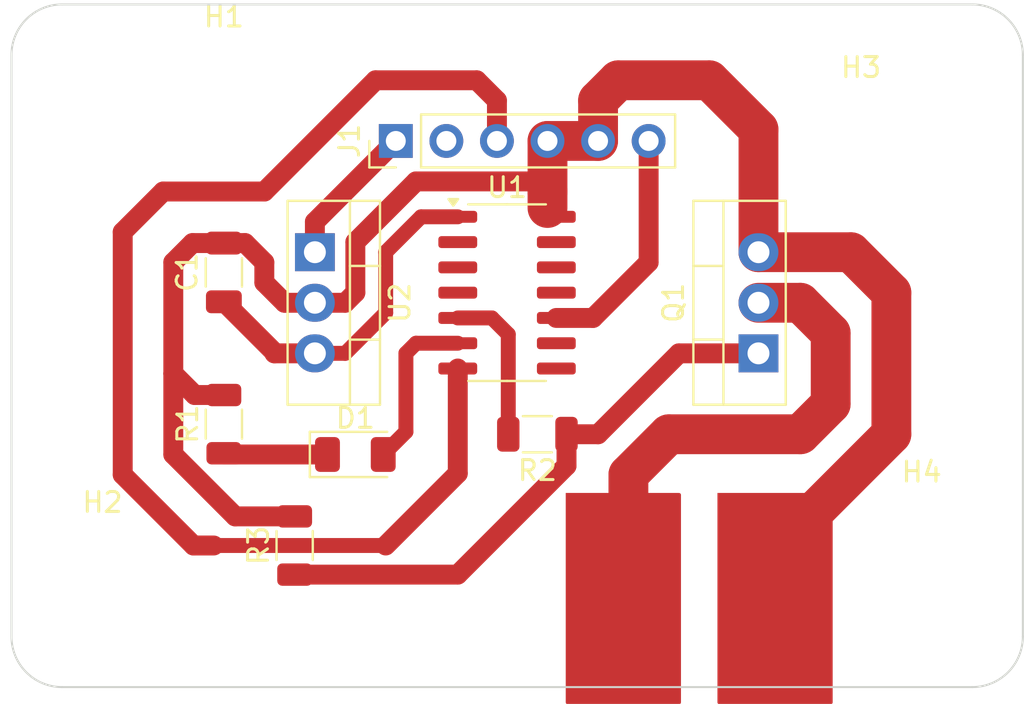
<source format=kicad_pcb>
(kicad_pcb (version 20240108) (generator "pcbnew") (generator_version "8.0")
  (layers (0 "F.Cu" signal) (31 "B.Cu" signal) (34 "B.Paste" user) (35 "F.Paste" user) (36 "B.SilkS" user "B.Silkscreen") (37 "F.SilkS" user "F.Silkscreen") (38 "B.Mask" user) (39 "F.Mask" user) (44 "Edge.Cuts" user))
  (net 0 "")
  (net 1 "Net-(U1-VCC)")
  (net 2 "Net-(D1-A)")
  (net 3 "Net-(D1-K)")
  (net 4 "Net-(Q1-G)")
  (net 5 "Net-(U1-PA7{slash}{slash}D3)")
  (net 14 "Net-(J1-Pin_6)")
  (net 15 "unconnected-(Q1-D-Pad2)")
  (net 16 "Net-(J1-Pin_1)")
  (net 17 "Net-(J1-Pin_4)")
  (net 18 "Net-(J1-Pin_3)")
  (footprint "LED_SMD:LED_1206_3216Metric" (layer "F.Cu") (at 200.152 125.476)
    (property "Reference" "D1" (at 0 -1.82 0) (layer "F.SilkS"))
    (property "Value" "LED")
    (fp_line (start -2.285 -1.135) (end -2.285 1.135) (stroke (width 0.12)) (layer "F.SilkS"))
    (fp_line (start -2.285 1.135) (end 1.6 1.135) (stroke (width 0.12)) (layer "F.SilkS"))
    (fp_line (start 1.6 -1.135) (end -2.285 -1.135) (stroke (width 0.12)) (layer "F.SilkS"))
    (pad "1" smd roundrect (at -1.4 0) (size 1.25 1.75) (layers "F.Cu" "F.Paste" "F.Mask") (roundrect_rratio 0.2) (net 3 "Net-(D1-K)"))
    (pad "2" smd roundrect (at 1.4 0) (size 1.25 1.75) (layers "F.Cu" "F.Paste" "F.Mask") (roundrect_rratio 0.2) (net 2 "Net-(D1-A)"))
  )
  (footprint "Connector_PinHeader_2.54mm:PinHeader_1x06_P2.54mm_Vertical" (layer "F.Cu") (at 202.184 109.728 90)
    (property "Reference" "J1" (at 0 -2.33 90) (layer "F.SilkS"))
    (property "Value" "2x3 Header")
    (fp_line (start -1.33 -1.33) (end 0 -1.33) (stroke (width 0.12)) (layer "F.SilkS"))
    (fp_line (start -1.33 0) (end -1.33 -1.33) (stroke (width 0.12)) (layer "F.SilkS"))
    (fp_line (start 1.33 1.27) (end 1.33 14.03) (stroke (width 0.12)) (layer "F.SilkS"))
    (fp_line (start -1.33 1.27) (end 1.33 1.27) (stroke (width 0.12)) (layer "F.SilkS"))
    (fp_line (start -1.33 1.27) (end -1.33 14.03) (stroke (width 0.12)) (layer "F.SilkS"))
    (fp_line (start -1.33 14.03) (end 1.33 14.03) (stroke (width 0.12)) (layer "F.SilkS"))
    (pad "1" thru_hole rect (at 0 0 90) (size 1.7 1.7) (drill 1) (layers "*.Cu" "*.Mask") (net 16 "Net-(J1-Pin_1)"))
    (pad "2" thru_hole oval (at 0 2.54 90) (size 1.7 1.7) (drill 1) (layers "*.Cu" "*.Mask"))
    (pad "3" thru_hole oval (at 0 5.08 90) (size 1.7 1.7) (drill 1) (layers "*.Cu" "*.Mask") (net 18 "Net-(J1-Pin_3)"))
    (pad "4" thru_hole oval (at 0 7.62 90) (size 1.7 1.7) (drill 1) (layers "*.Cu" "*.Mask") (net 17 "Net-(J1-Pin_4)"))
    (pad "5" thru_hole oval (at 0 10.16 90) (size 1.7 1.7) (drill 1) (layers "*.Cu" "*.Mask") (net 17 "Net-(J1-Pin_4)"))
    (pad "6" thru_hole oval (at 0 12.7 90) (size 1.7 1.7) (drill 1) (layers "*.Cu" "*.Mask") (net 14 "Net-(J1-Pin_6)"))
  )
  (footprint "Resistor_SMD:R_1206_3216Metric" (layer "F.Cu") (at 197.104 130.048 90)
    (property "Reference" "R3" (at 0 -1.82 90) (layer "F.SilkS"))
    (property "Value" "1kΩ")
    (fp_line (start -0.727064 -0.91) (end 0.727064 -0.91) (stroke (width 0.12)) (layer "F.SilkS"))
    (fp_line (start -0.727064 0.91) (end 0.727064 0.91) (stroke (width 0.12)) (layer "F.SilkS"))
    (pad "1" smd roundrect (at -1.4625 0 90) (size 1.125 1.75) (layers "F.Cu" "F.Paste" "F.Mask") (roundrect_rratio 0.222222) (net 4 "Net-(Q1-G)"))
    (pad "2" smd roundrect (at 1.4625 0 90) (size 1.125 1.75) (layers "F.Cu" "F.Paste" "F.Mask") (roundrect_rratio 0.222222) (net 17 "Net-(J1-Pin_4)"))
  )
  (footprint "Package_TO_SOT_THT:TO-220-3_Vertical" (layer "F.Cu") (at 220.401 120.396 90)
    (property "Reference" "Q1" (at 2.54 -4.27 90) (layer "F.SilkS"))
    (property "Value" "IRLZ44N")
    (fp_line (start 7.66 -3.27) (end 7.66 1.371) (stroke (width 0.12)) (layer "F.SilkS"))
    (fp_line (start 4.391 -3.27) (end 4.391 -1.76) (stroke (width 0.12)) (layer "F.SilkS"))
    (fp_line (start 0.69 -3.27) (end 0.69 -1.76) (stroke (width 0.12)) (layer "F.SilkS"))
    (fp_line (start -2.58 -3.27) (end 7.66 -3.27) (stroke (width 0.12)) (layer "F.SilkS"))
    (fp_line (start -2.58 -3.27) (end -2.58 1.371) (stroke (width 0.12)) (layer "F.SilkS"))
    (fp_line (start -2.58 -1.76) (end 7.66 -1.76) (stroke (width 0.12)) (layer "F.SilkS"))
    (fp_line (start -2.58 1.371) (end 7.66 1.371) (stroke (width 0.12)) (layer "F.SilkS"))
    (pad "1" thru_hole rect (at 0 0 90) (size 1.905 2) (drill 1.1) (layers "*.Cu" "*.Mask") (net 4 "Net-(Q1-G)"))
    (pad "2" thru_hole oval (at 2.54 0 90) (size 1.905 2) (drill 1.1) (layers "*.Cu" "*.Mask") (net 15 "unconnected-(Q1-D-Pad2)"))
    (pad "3" thru_hole oval (at 5.08 0 90) (size 1.905 2) (drill 1.1) (layers "*.Cu" "*.Mask") (net 17 "Net-(J1-Pin_4)"))
  )
  (footprint "Resistor_SMD:R_1206_3216Metric" (layer "F.Cu") (at 209.296 124.46 180)
    (property "Reference" "R2" (at 0 -1.82 360) (layer "F.SilkS"))
    (property "Value" "10Ω")
    (fp_line (start -0.727064 0.91) (end 0.727064 0.91) (stroke (width 0.12)) (layer "F.SilkS"))
    (fp_line (start -0.727064 -0.91) (end 0.727064 -0.91) (stroke (width 0.12)) (layer "F.SilkS"))
    (pad "1" smd roundrect (at -1.4625 0 180) (size 1.125 1.75) (layers "F.Cu" "F.Paste" "F.Mask") (roundrect_rratio 0.222222) (net 4 "Net-(Q1-G)"))
    (pad "2" smd roundrect (at 1.4625 0 180) (size 1.125 1.75) (layers "F.Cu" "F.Paste" "F.Mask") (roundrect_rratio 0.222222) (net 5 "Net-(U1-PA7{slash}{slash}D3)"))
  )
  (footprint "Capacitor_SMD:C_1206_3216Metric" (layer "F.Cu") (at 193.548 116.332 90)
    (property "Reference" "C1" (at 0 -1.85 90) (layer "F.SilkS"))
    (property "Value" "100µF")
    (fp_line (start -0.711252 -0.91) (end 0.711252 -0.91) (stroke (width 0.12)) (layer "F.SilkS"))
    (fp_line (start -0.711252 0.91) (end 0.711252 0.91) (stroke (width 0.12)) (layer "F.SilkS"))
    (pad "1" smd roundrect (at -1.475 0 90) (size 1.15 1.8) (layers "F.Cu" "F.Paste" "F.Mask") (roundrect_rratio 0.217391) (net 1 "Net-(U1-VCC)"))
    (pad "2" smd roundrect (at 1.475 0 90) (size 1.15 1.8) (layers "F.Cu" "F.Paste" "F.Mask") (roundrect_rratio 0.217391) (net 17 "Net-(J1-Pin_4)"))
  )
  (footprint "Package_TO_SOT_THT:TO-220-3_Vertical" (layer "F.Cu") (at 198.12 115.316 -90)
    (property "Reference" "U2" (at 2.54 -4.27 90) (layer "F.SilkS"))
    (property "Value" "L7805")
    (fp_line (start -2.58 1.371) (end 7.66 1.371) (stroke (width 0.12)) (layer "F.SilkS"))
    (fp_line (start -2.58 -1.76) (end 7.66 -1.76) (stroke (width 0.12)) (layer "F.SilkS"))
    (fp_line (start -2.58 -3.27) (end -2.58 1.371) (stroke (width 0.12)) (layer "F.SilkS"))
    (fp_line (start -2.58 -3.27) (end 7.66 -3.27) (stroke (width 0.12)) (layer "F.SilkS"))
    (fp_line (start 0.69 -3.27) (end 0.69 -1.76) (stroke (width 0.12)) (layer "F.SilkS"))
    (fp_line (start 4.391 -3.27) (end 4.391 -1.76) (stroke (width 0.12)) (layer "F.SilkS"))
    (fp_line (start 7.66 -3.27) (end 7.66 1.371) (stroke (width 0.12)) (layer "F.SilkS"))
    (pad "1" thru_hole rect (at 0 0 270) (size 1.905 2) (drill 1.1) (layers "*.Cu" "*.Mask") (net 16 "Net-(J1-Pin_1)"))
    (pad "2" thru_hole oval (at 2.54 0 270) (size 1.905 2) (drill 1.1) (layers "*.Cu" "*.Mask") (net 17 "Net-(J1-Pin_4)"))
    (pad "3" thru_hole oval (at 5.08 0 270) (size 1.905 2) (drill 1.1) (layers "*.Cu" "*.Mask") (net 1 "Net-(U1-VCC)"))
  )
  (footprint "MountingHole:MountingHole_3.2mm_M3" (layer "F.Cu") (at 225.552 110.236)
    (property "Reference" "H3" (at 0 -4.2 0) (layer "F.SilkS"))
    (property "Value" "MountingHole")
    (pad "" np_thru_hole circle (at 0 0) (size 3.2 3.2) (drill 3.2) (layers "*.Cu" "*.Mask"))
  )
  (footprint "MountingHole:MountingHole_3.2mm_M3" (layer "F.Cu") (at 187.452 132.08)
    (property "Reference" "H2" (at 0 -4.2 0) (layer "F.SilkS"))
    (property "Value" "MountingHole")
    (pad "" np_thru_hole circle (at 0 0) (size 3.2 3.2) (drill 3.2) (layers "*.Cu" "*.Mask"))
  )
  (footprint "MountingHole:MountingHole_3.2mm_M3" (layer "F.Cu") (at 228.6 130.556)
    (property "Reference" "H4" (at 0 -4.2 0) (layer "F.SilkS"))
    (property "Value" "MountingHole")
    (pad "" np_thru_hole circle (at 0 0) (size 3.2 3.2) (drill 3.2) (layers "*.Cu" "*.Mask"))
  )
  (footprint "Resistor_SMD:R_1206_3216Metric" (layer "F.Cu") (at 193.548 123.952 90)
    (property "Reference" "R1" (at 0 -1.82 90) (layer "F.SilkS"))
    (property "Value" "100Ω")
    (fp_line (start -0.727064 -0.91) (end 0.727064 -0.91) (stroke (width 0.12)) (layer "F.SilkS"))
    (fp_line (start -0.727064 0.91) (end 0.727064 0.91) (stroke (width 0.12)) (layer "F.SilkS"))
    (pad "1" smd roundrect (at -1.4625 0 90) (size 1.125 1.75) (layers "F.Cu" "F.Paste" "F.Mask") (roundrect_rratio 0.222222) (net 3 "Net-(D1-K)"))
    (pad "2" smd roundrect (at 1.4625 0 90) (size 1.125 1.75) (layers "F.Cu" "F.Paste" "F.Mask") (roundrect_rratio 0.222222) (net 17 "Net-(J1-Pin_4)"))
  )
  (footprint "Package_SO:SOIC-14_3.9x8.7mm_P1.27mm" (layer "F.Cu") (at 207.772 117.348)
    (property "Reference" "U1" (at 0 -5.28 0) (layer "F.SilkS"))
    (property "Value" "ATtiny1614")
    (fp_line (start 0 -4.435) (end -1.95 -4.435) (stroke (width 0.12)) (layer "F.SilkS"))
    (fp_line (start 0 -4.435) (end 1.95 -4.435) (stroke (width 0.12)) (layer "F.SilkS"))
    (fp_line (start 0 4.435) (end -1.95 4.435) (stroke (width 0.12)) (layer "F.SilkS"))
    (fp_line (start 0 4.435) (end 1.95 4.435) (stroke (width 0.12)) (layer "F.SilkS"))
    (fp_poly (pts (xy -2.7 -4.37) (xy -2.94 -4.7) (xy -2.46 -4.7) (xy -2.7 -4.37)) (stroke (width 0.12)) (fill solid) (layer "F.SilkS"))
    (pad "1" smd roundrect (at -2.475 -3.81) (size 1.95 0.6) (layers "F.Cu" "F.Paste" "F.Mask") (net 1 "Net-(U1-VCC)"))
    (pad "2" smd roundrect (at -2.475 -2.54) (size 1.95 0.6) (layers "F.Cu" "F.Paste" "F.Mask"))
    (pad "3" smd roundrect (at -2.475 -1.27) (size 1.95 0.6) (layers "F.Cu" "F.Paste" "F.Mask"))
    (pad "4" smd roundrect (at -2.475 0) (size 1.95 0.6) (layers "F.Cu" "F.Paste" "F.Mask"))
    (pad "5" smd roundrect (at -2.475 1.27) (size 1.95 0.6) (layers "F.Cu" "F.Paste" "F.Mask") (net 5 "Net-(U1-PA7{slash}{slash}D3)"))
    (pad "6" smd roundrect (at -2.475 2.54) (size 1.95 0.6) (layers "F.Cu" "F.Paste" "F.Mask") (net 2 "Net-(D1-A)"))
    (pad "7" smd roundrect (at -2.475 3.81) (size 1.95 0.6) (layers "F.Cu" "F.Paste" "F.Mask") (net 18 "Net-(J1-Pin_3)"))
    (pad "8" smd roundrect (at 2.475 3.81) (size 1.95 0.6) (layers "F.Cu" "F.Paste" "F.Mask"))
    (pad "9" smd roundrect (at 2.475 2.54) (size 1.95 0.6) (layers "F.Cu" "F.Paste" "F.Mask"))
    (pad "10" smd roundrect (at 2.475 1.27) (size 1.95 0.6) (layers "F.Cu" "F.Paste" "F.Mask") (net 14 "Net-(J1-Pin_6)"))
    (pad "11" smd roundrect (at 2.475 0) (size 1.95 0.6) (layers "F.Cu" "F.Paste" "F.Mask"))
    (pad "12" smd roundrect (at 2.475 -1.27) (size 1.95 0.6) (layers "F.Cu" "F.Paste" "F.Mask"))
    (pad "13" smd roundrect (at 2.475 -2.54) (size 1.95 0.6) (layers "F.Cu" "F.Paste" "F.Mask"))
    (pad "14" smd roundrect (at 2.475 -3.81) (size 1.95 0.6) (layers "F.Cu" "F.Paste" "F.Mask") (net 17 "Net-(J1-Pin_4)"))
  )
  (footprint "MountingHole:MountingHole_3.2mm_M3" (layer "F.Cu") (at 193.548 107.696)
    (property "Reference" "H1" (at 0 -4.2 0) (layer "F.SilkS"))
    (property "Value" "MountingHole")
    (pad "" np_thru_hole circle (at 0 0) (size 3.2 3.2) (drill 3.2) (layers "*.Cu" "*.Mask"))
  )
  (gr_rect (start 218.44 127.508) (end 224.028 137.922) (stroke (width 0.2)) (fill solid) (layer "F.Cu") (net 17))
  (gr_rect (start 210.82 127.508) (end 216.408 137.922) (stroke (width 0.2)) (fill solid) (layer "F.Cu") (net 15))
  (gr_arc (start 233.68 134.62) (mid 232.936051 136.416051) (end 231.14 137.16) (stroke (width 0.1)) (layer "Edge.Cuts"))
  (gr_line (start 182.88 105.41) (end 182.88 134.62) (stroke (width 0.1)) (layer "Edge.Cuts"))
  (gr_line (start 233.68 134.62) (end 233.68 105.41) (stroke (width 0.1)) (layer "Edge.Cuts"))
  (gr_line (start 231.14 102.87) (end 185.42 102.87) (stroke (width 0.1)) (layer "Edge.Cuts"))
  (gr_arc (start 231.14 102.87) (mid 232.936051 103.613949) (end 233.68 105.41) (stroke (width 0.1)) (layer "Edge.Cuts"))
  (gr_arc (start 182.88 105.41) (mid 183.623949 103.613949) (end 185.42 102.87) (stroke (width 0.1)) (layer "Edge.Cuts"))
  (gr_line (start 185.42 137.16) (end 231.14 137.16) (stroke (width 0.1)) (layer "Edge.Cuts"))
  (gr_arc (start 185.42 137.16) (mid 183.623949 136.416051) (end 182.88 134.62) (stroke (width 0.1)) (layer "Edge.Cuts"))
  (segment (start 201.676 115.316) (end 203.454 113.538) (width 0.75) (layer "F.Cu") (net 1))
  (segment (start 196.088 120.347) (end 196.088 120.396) (width 1) (layer "F.Cu") (net 1))
  (segment (start 198.12 120.396) (end 199.644 120.396) (width 0.75) (layer "F.Cu") (net 1))
  (segment (start 203.454 113.538) (end 205.297 113.538) (width 0.75) (layer "F.Cu") (net 1))
  (segment (start 196.088 120.396) (end 198.12 120.396) (width 1) (layer "F.Cu") (net 1))
  (segment (start 201.676 118.364) (end 201.676 115.316) (width 0.75) (layer "F.Cu") (net 1))
  (segment (start 199.644 120.396) (end 201.676 118.364) (width 0.75) (layer "F.Cu") (net 1))
  (segment (start 193.548 117.807) (end 196.088 120.347) (width 1) (layer "F.Cu") (net 1))
  (segment (start 201.552 125.476) (end 202.692 124.336) (width 0.75) (layer "F.Cu") (net 2))
  (segment (start 202.692 120.396) (end 203.2 119.888) (width 0.75) (layer "F.Cu") (net 2))
  (segment (start 203.2 119.888) (end 205.297 119.888) (width 0.75) (layer "F.Cu") (net 2))
  (segment (start 202.692 124.336) (end 202.692 120.396) (width 0.75) (layer "F.Cu") (net 2))
  (segment (start 198.752 125.476) (end 193.6095 125.476) (width 1) (layer "F.Cu") (net 3))
  (segment (start 193.6095 125.476) (end 193.548 125.4145) (width 1) (layer "F.Cu") (net 3))
  (segment (start 212.344 124.46) (end 216.408 120.396) (width 1) (layer "F.Cu") (net 4))
  (segment (start 210.7585 126.0455) (end 205.2935 131.5105) (width 1) (layer "F.Cu") (net 4))
  (segment (start 205.2935 131.5105) (end 197.104 131.5105) (width 1) (layer "F.Cu") (net 4))
  (segment (start 210.7585 124.46) (end 210.7585 126.0455) (width 1) (layer "F.Cu") (net 4))
  (segment (start 216.408 120.396) (end 220.401 120.396) (width 1) (layer "F.Cu") (net 4))
  (segment (start 210.7585 124.46) (end 212.344 124.46) (width 1) (layer "F.Cu") (net 4))
  (segment (start 207.01 118.618) (end 205.297 118.618) (width 0.75) (layer "F.Cu") (net 5))
  (segment (start 207.8335 124.46) (end 207.8335 119.4415) (width 0.75) (layer "F.Cu") (net 5))
  (segment (start 207.8335 119.4415) (end 207.01 118.618) (width 0.75) (layer "F.Cu") (net 5))
  (segment (start 210.247 118.618) (end 212.09 118.618) (width 1) (layer "F.Cu") (net 14))
  (segment (start 214.884 115.824) (end 214.884 109.728) (width 1) (layer "F.Cu") (net 14))
  (segment (start 212.09 118.618) (end 214.884 115.824) (width 1) (layer "F.Cu") (net 14))
  (segment (start 224.028 122.936) (end 222.504 124.46) (width 2) (layer "F.Cu") (net 15))
  (segment (start 220.401 117.856) (end 222.504 117.856) (width 2) (layer "F.Cu") (net 15))
  (segment (start 224.028 119.38) (end 224.028 122.936) (width 2) (layer "F.Cu") (net 15))
  (segment (start 213.868 126.492) (end 213.868 127.508) (width 2) (layer "F.Cu") (net 15))
  (segment (start 222.504 124.46) (end 215.9 124.46) (width 2) (layer "F.Cu") (net 15))
  (segment (start 215.9 124.46) (end 213.868 126.492) (width 2) (layer "F.Cu") (net 15))
  (segment (start 222.504 117.856) (end 224.028 119.38) (width 2) (layer "F.Cu") (net 15))
  (segment (start 198.12 115.316) (end 198.12 113.792) (width 1) (layer "F.Cu") (net 16))
  (segment (start 198.12 113.792) (end 202.184 109.728) (width 1) (layer "F.Cu") (net 16))
  (segment (start 212.344 107.696) (end 213.36 106.68) (width 2) (layer "F.Cu") (net 17))
  (segment (start 225.044 115.316) (end 227.076 117.348) (width 2) (layer "F.Cu") (net 17))
  (segment (start 209.804 112.268) (end 209.804 113.095) (width 2) (layer "F.Cu") (net 17))
  (segment (start 194.613 114.857) (end 195.58 115.824) (width 1) (layer "F.Cu") (net 17))
  (segment (start 212.344 109.728) (end 212.344 107.696) (width 2) (layer "F.Cu") (net 17))
  (segment (start 220.401 115.316) (end 225.044 115.316) (width 2) (layer "F.Cu") (net 17))
  (segment (start 212.344 109.728) (end 209.804 109.728) (width 2) (layer "F.Cu") (net 17))
  (segment (start 191.008 121.412) (end 192.0855 122.4895) (width 1) (layer "F.Cu") (net 17))
  (segment (start 194.1175 128.5855) (end 191.008 125.476) (width 1) (layer "F.Cu") (net 17))
  (segment (start 227.076 124.46) (end 221.234 130.302) (width 2) (layer "F.Cu") (net 17))
  (segment (start 213.36 106.68) (end 217.932 106.68) (width 2) (layer "F.Cu") (net 17))
  (segment (start 198.12 117.856) (end 199.644 117.856) (width 1) (layer "F.Cu") (net 17))
  (segment (start 195.58 116.84) (end 196.596 117.856) (width 1) (layer "F.Cu") (net 17))
  (segment (start 191.975 114.857) (end 191.008 115.824) (width 1) (layer "F.Cu") (net 17))
  (segment (start 200.152 114.808) (end 203.2 111.76) (width 1) (layer "F.Cu") (net 17))
  (segment (start 193.548 114.857) (end 191.975 114.857) (width 1) (layer "F.Cu") (net 17))
  (segment (start 199.644 117.856) (end 200.152 117.348) (width 1) (layer "F.Cu") (net 17))
  (segment (start 209.804 109.728) (end 209.804 112.268) (width 2) (layer "F.Cu") (net 17))
  (segment (start 191.008 115.824) (end 191.008 121.412) (width 1) (layer "F.Cu") (net 17))
  (segment (start 200.152 117.348) (end 200.152 114.808) (width 1) (layer "F.Cu") (net 17))
  (segment (start 227.076 117.348) (end 227.076 124.46) (width 2) (layer "F.Cu") (net 17))
  (segment (start 192.0855 122.4895) (end 193.548 122.4895) (width 1) (layer "F.Cu") (net 17))
  (segment (start 203.2 111.76) (end 209.296 111.76) (width 1) (layer "F.Cu") (net 17))
  (segment (start 193.548 114.857) (end 194.613 114.857) (width 1) (layer "F.Cu") (net 17))
  (segment (start 221.234 130.302) (end 221.234 130.556) (width 2) (layer "F.Cu") (net 17))
  (segment (start 195.58 115.824) (end 195.58 116.84) (width 1) (layer "F.Cu") (net 17))
  (segment (start 217.932 106.68) (end 220.401 109.149) (width 2) (layer "F.Cu") (net 17))
  (segment (start 191.008 125.476) (end 191.008 121.412) (width 1) (layer "F.Cu") (net 17))
  (segment (start 220.401 109.149) (end 220.401 115.316) (width 2) (layer "F.Cu") (net 17))
  (segment (start 197.104 128.5855) (end 194.1175 128.5855) (width 1) (layer "F.Cu") (net 17))
  (segment (start 196.596 117.856) (end 198.12 117.856) (width 1) (layer "F.Cu") (net 17))
  (segment (start 192.024 130.048) (end 193.04 130.048) (width 1) (layer "F.Cu") (net 18))
  (segment (start 201.676 130.048) (end 205.297 126.427) (width 1) (layer "F.Cu") (net 18))
  (segment (start 190.5 112.268) (end 188.468 114.3) (width 1) (layer "F.Cu") (net 18))
  (segment (start 205.297 126.427) (end 205.297 121.158) (width 1) (layer "F.Cu") (net 18))
  (segment (start 195.58 112.268) (end 190.5 112.268) (width 1) (layer "F.Cu") (net 18))
  (segment (start 201.168 106.68) (end 195.58 112.268) (width 1) (layer "F.Cu") (net 18))
  (segment (start 206.248 106.68) (end 201.168 106.68) (width 1) (layer "F.Cu") (net 18))
  (segment (start 193.04 130.048) (end 201.676 130.048) (width 0.75) (layer "F.Cu") (net 18))
  (segment (start 207.264 109.728) (end 207.264 107.696) (width 1) (layer "F.Cu") (net 18))
  (segment (start 188.468 126.492) (end 192.024 130.048) (width 1) (layer "F.Cu") (net 18))
  (segment (start 207.264 107.696) (end 206.248 106.68) (width 1) (layer "F.Cu") (net 18))
  (segment (start 188.468 114.3) (end 188.468 126.492) (width 1) (layer "F.Cu") (net 18))
)
</source>
